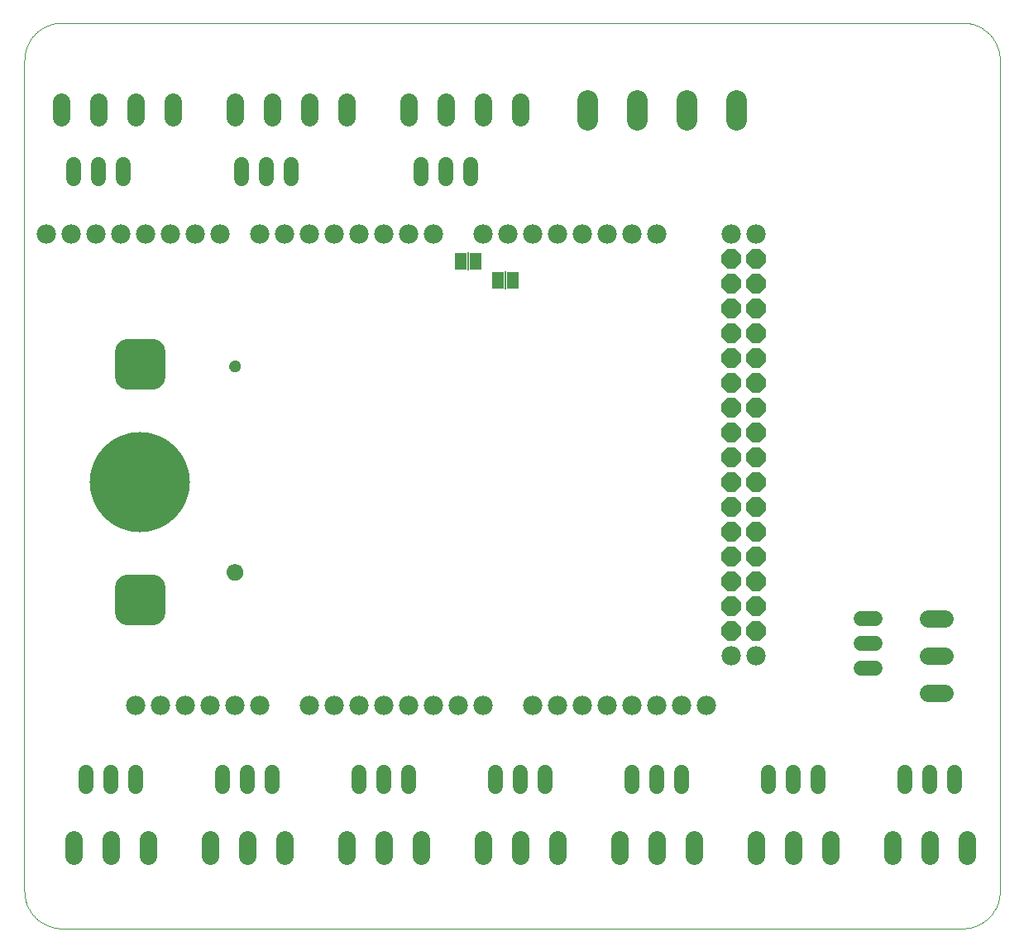
<source format=gbs>
G75*
%MOIN*%
%OFA0B0*%
%FSLAX25Y25*%
%IPPOS*%
%LPD*%
%AMOC8*
5,1,8,0,0,1.08239X$1,22.5*
%
%ADD10C,0.00000*%
%ADD11C,0.07800*%
%ADD12OC8,0.07800*%
%ADD13C,0.04731*%
%ADD14C,0.06699*%
%ADD15C,0.10200*%
%ADD16C,0.40400*%
%ADD17C,0.06896*%
%ADD18C,0.06000*%
%ADD19R,0.05000X0.06700*%
%ADD20R,0.00600X0.07200*%
%ADD21C,0.08274*%
D10*
X0090000Y0017248D02*
X0090000Y0352248D01*
X0090004Y0352610D01*
X0090018Y0352973D01*
X0090039Y0353335D01*
X0090070Y0353696D01*
X0090109Y0354056D01*
X0090157Y0354415D01*
X0090214Y0354773D01*
X0090279Y0355130D01*
X0090353Y0355485D01*
X0090436Y0355838D01*
X0090527Y0356189D01*
X0090626Y0356537D01*
X0090734Y0356883D01*
X0090850Y0357227D01*
X0090975Y0357567D01*
X0091107Y0357904D01*
X0091248Y0358238D01*
X0091397Y0358569D01*
X0091554Y0358896D01*
X0091718Y0359219D01*
X0091890Y0359538D01*
X0092070Y0359852D01*
X0092258Y0360163D01*
X0092453Y0360468D01*
X0092655Y0360769D01*
X0092865Y0361065D01*
X0093081Y0361355D01*
X0093305Y0361641D01*
X0093535Y0361921D01*
X0093772Y0362195D01*
X0094016Y0362463D01*
X0094266Y0362726D01*
X0094522Y0362982D01*
X0094785Y0363232D01*
X0095053Y0363476D01*
X0095327Y0363713D01*
X0095607Y0363943D01*
X0095893Y0364167D01*
X0096183Y0364383D01*
X0096479Y0364593D01*
X0096780Y0364795D01*
X0097085Y0364990D01*
X0097396Y0365178D01*
X0097710Y0365358D01*
X0098029Y0365530D01*
X0098352Y0365694D01*
X0098679Y0365851D01*
X0099010Y0366000D01*
X0099344Y0366141D01*
X0099681Y0366273D01*
X0100021Y0366398D01*
X0100365Y0366514D01*
X0100711Y0366622D01*
X0101059Y0366721D01*
X0101410Y0366812D01*
X0101763Y0366895D01*
X0102118Y0366969D01*
X0102475Y0367034D01*
X0102833Y0367091D01*
X0103192Y0367139D01*
X0103552Y0367178D01*
X0103913Y0367209D01*
X0104275Y0367230D01*
X0104638Y0367244D01*
X0105000Y0367248D01*
X0468110Y0367248D01*
X0468472Y0367244D01*
X0468835Y0367230D01*
X0469197Y0367209D01*
X0469558Y0367178D01*
X0469918Y0367139D01*
X0470277Y0367091D01*
X0470635Y0367034D01*
X0470992Y0366969D01*
X0471347Y0366895D01*
X0471700Y0366812D01*
X0472051Y0366721D01*
X0472399Y0366622D01*
X0472745Y0366514D01*
X0473089Y0366398D01*
X0473429Y0366273D01*
X0473766Y0366141D01*
X0474100Y0366000D01*
X0474431Y0365851D01*
X0474758Y0365694D01*
X0475081Y0365530D01*
X0475400Y0365358D01*
X0475714Y0365178D01*
X0476025Y0364990D01*
X0476330Y0364795D01*
X0476631Y0364593D01*
X0476927Y0364383D01*
X0477217Y0364167D01*
X0477503Y0363943D01*
X0477783Y0363713D01*
X0478057Y0363476D01*
X0478325Y0363232D01*
X0478588Y0362982D01*
X0478844Y0362726D01*
X0479094Y0362463D01*
X0479338Y0362195D01*
X0479575Y0361921D01*
X0479805Y0361641D01*
X0480029Y0361355D01*
X0480245Y0361065D01*
X0480455Y0360769D01*
X0480657Y0360468D01*
X0480852Y0360163D01*
X0481040Y0359852D01*
X0481220Y0359538D01*
X0481392Y0359219D01*
X0481556Y0358896D01*
X0481713Y0358569D01*
X0481862Y0358238D01*
X0482003Y0357904D01*
X0482135Y0357567D01*
X0482260Y0357227D01*
X0482376Y0356883D01*
X0482484Y0356537D01*
X0482583Y0356189D01*
X0482674Y0355838D01*
X0482757Y0355485D01*
X0482831Y0355130D01*
X0482896Y0354773D01*
X0482953Y0354415D01*
X0483001Y0354056D01*
X0483040Y0353696D01*
X0483071Y0353335D01*
X0483092Y0352973D01*
X0483106Y0352610D01*
X0483110Y0352248D01*
X0483110Y0017248D01*
X0483106Y0016886D01*
X0483092Y0016523D01*
X0483071Y0016161D01*
X0483040Y0015800D01*
X0483001Y0015440D01*
X0482953Y0015081D01*
X0482896Y0014723D01*
X0482831Y0014366D01*
X0482757Y0014011D01*
X0482674Y0013658D01*
X0482583Y0013307D01*
X0482484Y0012959D01*
X0482376Y0012613D01*
X0482260Y0012269D01*
X0482135Y0011929D01*
X0482003Y0011592D01*
X0481862Y0011258D01*
X0481713Y0010927D01*
X0481556Y0010600D01*
X0481392Y0010277D01*
X0481220Y0009958D01*
X0481040Y0009644D01*
X0480852Y0009333D01*
X0480657Y0009028D01*
X0480455Y0008727D01*
X0480245Y0008431D01*
X0480029Y0008141D01*
X0479805Y0007855D01*
X0479575Y0007575D01*
X0479338Y0007301D01*
X0479094Y0007033D01*
X0478844Y0006770D01*
X0478588Y0006514D01*
X0478325Y0006264D01*
X0478057Y0006020D01*
X0477783Y0005783D01*
X0477503Y0005553D01*
X0477217Y0005329D01*
X0476927Y0005113D01*
X0476631Y0004903D01*
X0476330Y0004701D01*
X0476025Y0004506D01*
X0475714Y0004318D01*
X0475400Y0004138D01*
X0475081Y0003966D01*
X0474758Y0003802D01*
X0474431Y0003645D01*
X0474100Y0003496D01*
X0473766Y0003355D01*
X0473429Y0003223D01*
X0473089Y0003098D01*
X0472745Y0002982D01*
X0472399Y0002874D01*
X0472051Y0002775D01*
X0471700Y0002684D01*
X0471347Y0002601D01*
X0470992Y0002527D01*
X0470635Y0002462D01*
X0470277Y0002405D01*
X0469918Y0002357D01*
X0469558Y0002318D01*
X0469197Y0002287D01*
X0468835Y0002266D01*
X0468472Y0002252D01*
X0468110Y0002248D01*
X0105000Y0002248D01*
X0104638Y0002252D01*
X0104275Y0002266D01*
X0103913Y0002287D01*
X0103552Y0002318D01*
X0103192Y0002357D01*
X0102833Y0002405D01*
X0102475Y0002462D01*
X0102118Y0002527D01*
X0101763Y0002601D01*
X0101410Y0002684D01*
X0101059Y0002775D01*
X0100711Y0002874D01*
X0100365Y0002982D01*
X0100021Y0003098D01*
X0099681Y0003223D01*
X0099344Y0003355D01*
X0099010Y0003496D01*
X0098679Y0003645D01*
X0098352Y0003802D01*
X0098029Y0003966D01*
X0097710Y0004138D01*
X0097396Y0004318D01*
X0097085Y0004506D01*
X0096780Y0004701D01*
X0096479Y0004903D01*
X0096183Y0005113D01*
X0095893Y0005329D01*
X0095607Y0005553D01*
X0095327Y0005783D01*
X0095053Y0006020D01*
X0094785Y0006264D01*
X0094522Y0006514D01*
X0094266Y0006770D01*
X0094016Y0007033D01*
X0093772Y0007301D01*
X0093535Y0007575D01*
X0093305Y0007855D01*
X0093081Y0008141D01*
X0092865Y0008431D01*
X0092655Y0008727D01*
X0092453Y0009028D01*
X0092258Y0009333D01*
X0092070Y0009644D01*
X0091890Y0009958D01*
X0091718Y0010277D01*
X0091554Y0010600D01*
X0091397Y0010927D01*
X0091248Y0011258D01*
X0091107Y0011592D01*
X0090975Y0011929D01*
X0090850Y0012269D01*
X0090734Y0012613D01*
X0090626Y0012959D01*
X0090527Y0013307D01*
X0090436Y0013658D01*
X0090353Y0014011D01*
X0090279Y0014366D01*
X0090214Y0014723D01*
X0090157Y0015081D01*
X0090109Y0015440D01*
X0090070Y0015800D01*
X0090039Y0016161D01*
X0090018Y0016523D01*
X0090004Y0016886D01*
X0090000Y0017248D01*
X0171582Y0145846D02*
X0171584Y0145958D01*
X0171590Y0146069D01*
X0171600Y0146181D01*
X0171614Y0146292D01*
X0171631Y0146402D01*
X0171653Y0146512D01*
X0171679Y0146621D01*
X0171708Y0146729D01*
X0171741Y0146835D01*
X0171778Y0146941D01*
X0171819Y0147045D01*
X0171864Y0147148D01*
X0171912Y0147249D01*
X0171963Y0147348D01*
X0172018Y0147445D01*
X0172077Y0147540D01*
X0172138Y0147634D01*
X0172203Y0147725D01*
X0172272Y0147813D01*
X0172343Y0147899D01*
X0172417Y0147983D01*
X0172495Y0148063D01*
X0172575Y0148141D01*
X0172658Y0148217D01*
X0172743Y0148289D01*
X0172831Y0148358D01*
X0172921Y0148424D01*
X0173014Y0148486D01*
X0173109Y0148546D01*
X0173206Y0148602D01*
X0173304Y0148654D01*
X0173405Y0148703D01*
X0173507Y0148748D01*
X0173611Y0148790D01*
X0173716Y0148828D01*
X0173823Y0148862D01*
X0173930Y0148892D01*
X0174039Y0148919D01*
X0174148Y0148941D01*
X0174259Y0148960D01*
X0174369Y0148975D01*
X0174481Y0148986D01*
X0174592Y0148993D01*
X0174704Y0148996D01*
X0174816Y0148995D01*
X0174928Y0148990D01*
X0175039Y0148981D01*
X0175150Y0148968D01*
X0175261Y0148951D01*
X0175371Y0148931D01*
X0175480Y0148906D01*
X0175588Y0148878D01*
X0175695Y0148845D01*
X0175801Y0148809D01*
X0175905Y0148769D01*
X0176008Y0148726D01*
X0176110Y0148679D01*
X0176209Y0148628D01*
X0176307Y0148574D01*
X0176403Y0148516D01*
X0176497Y0148455D01*
X0176588Y0148391D01*
X0176677Y0148324D01*
X0176764Y0148253D01*
X0176848Y0148179D01*
X0176930Y0148103D01*
X0177008Y0148023D01*
X0177084Y0147941D01*
X0177157Y0147856D01*
X0177227Y0147769D01*
X0177293Y0147679D01*
X0177357Y0147587D01*
X0177417Y0147493D01*
X0177474Y0147397D01*
X0177527Y0147298D01*
X0177577Y0147198D01*
X0177623Y0147097D01*
X0177666Y0146993D01*
X0177705Y0146888D01*
X0177740Y0146782D01*
X0177771Y0146675D01*
X0177799Y0146566D01*
X0177822Y0146457D01*
X0177842Y0146347D01*
X0177858Y0146236D01*
X0177870Y0146125D01*
X0177878Y0146014D01*
X0177882Y0145902D01*
X0177882Y0145790D01*
X0177878Y0145678D01*
X0177870Y0145567D01*
X0177858Y0145456D01*
X0177842Y0145345D01*
X0177822Y0145235D01*
X0177799Y0145126D01*
X0177771Y0145017D01*
X0177740Y0144910D01*
X0177705Y0144804D01*
X0177666Y0144699D01*
X0177623Y0144595D01*
X0177577Y0144494D01*
X0177527Y0144394D01*
X0177474Y0144295D01*
X0177417Y0144199D01*
X0177357Y0144105D01*
X0177293Y0144013D01*
X0177227Y0143923D01*
X0177157Y0143836D01*
X0177084Y0143751D01*
X0177008Y0143669D01*
X0176930Y0143589D01*
X0176848Y0143513D01*
X0176764Y0143439D01*
X0176677Y0143368D01*
X0176588Y0143301D01*
X0176497Y0143237D01*
X0176403Y0143176D01*
X0176307Y0143118D01*
X0176209Y0143064D01*
X0176110Y0143013D01*
X0176008Y0142966D01*
X0175905Y0142923D01*
X0175801Y0142883D01*
X0175695Y0142847D01*
X0175588Y0142814D01*
X0175480Y0142786D01*
X0175371Y0142761D01*
X0175261Y0142741D01*
X0175150Y0142724D01*
X0175039Y0142711D01*
X0174928Y0142702D01*
X0174816Y0142697D01*
X0174704Y0142696D01*
X0174592Y0142699D01*
X0174481Y0142706D01*
X0174369Y0142717D01*
X0174259Y0142732D01*
X0174148Y0142751D01*
X0174039Y0142773D01*
X0173930Y0142800D01*
X0173823Y0142830D01*
X0173716Y0142864D01*
X0173611Y0142902D01*
X0173507Y0142944D01*
X0173405Y0142989D01*
X0173304Y0143038D01*
X0173206Y0143090D01*
X0173109Y0143146D01*
X0173014Y0143206D01*
X0172921Y0143268D01*
X0172831Y0143334D01*
X0172743Y0143403D01*
X0172658Y0143475D01*
X0172575Y0143551D01*
X0172495Y0143629D01*
X0172417Y0143709D01*
X0172343Y0143793D01*
X0172272Y0143879D01*
X0172203Y0143967D01*
X0172138Y0144058D01*
X0172077Y0144152D01*
X0172018Y0144247D01*
X0171963Y0144344D01*
X0171912Y0144443D01*
X0171864Y0144544D01*
X0171819Y0144647D01*
X0171778Y0144751D01*
X0171741Y0144857D01*
X0171708Y0144963D01*
X0171679Y0145071D01*
X0171653Y0145180D01*
X0171631Y0145290D01*
X0171614Y0145400D01*
X0171600Y0145511D01*
X0171590Y0145623D01*
X0171584Y0145734D01*
X0171582Y0145846D01*
X0172567Y0228917D02*
X0172569Y0229010D01*
X0172575Y0229102D01*
X0172585Y0229194D01*
X0172599Y0229285D01*
X0172616Y0229376D01*
X0172638Y0229466D01*
X0172663Y0229555D01*
X0172692Y0229643D01*
X0172725Y0229729D01*
X0172762Y0229814D01*
X0172802Y0229898D01*
X0172846Y0229979D01*
X0172893Y0230059D01*
X0172943Y0230137D01*
X0172997Y0230212D01*
X0173054Y0230285D01*
X0173114Y0230355D01*
X0173177Y0230423D01*
X0173243Y0230488D01*
X0173311Y0230550D01*
X0173382Y0230610D01*
X0173456Y0230666D01*
X0173532Y0230719D01*
X0173610Y0230768D01*
X0173690Y0230815D01*
X0173772Y0230857D01*
X0173856Y0230897D01*
X0173941Y0230932D01*
X0174028Y0230964D01*
X0174116Y0230993D01*
X0174205Y0231017D01*
X0174295Y0231038D01*
X0174386Y0231054D01*
X0174478Y0231067D01*
X0174570Y0231076D01*
X0174663Y0231081D01*
X0174755Y0231082D01*
X0174848Y0231079D01*
X0174940Y0231072D01*
X0175032Y0231061D01*
X0175123Y0231046D01*
X0175214Y0231028D01*
X0175304Y0231005D01*
X0175392Y0230979D01*
X0175480Y0230949D01*
X0175566Y0230915D01*
X0175650Y0230878D01*
X0175733Y0230836D01*
X0175814Y0230792D01*
X0175894Y0230744D01*
X0175971Y0230693D01*
X0176045Y0230638D01*
X0176118Y0230580D01*
X0176188Y0230520D01*
X0176255Y0230456D01*
X0176319Y0230390D01*
X0176381Y0230320D01*
X0176439Y0230249D01*
X0176494Y0230175D01*
X0176546Y0230098D01*
X0176595Y0230019D01*
X0176641Y0229939D01*
X0176683Y0229856D01*
X0176721Y0229772D01*
X0176756Y0229686D01*
X0176787Y0229599D01*
X0176814Y0229511D01*
X0176837Y0229421D01*
X0176857Y0229331D01*
X0176873Y0229240D01*
X0176885Y0229148D01*
X0176893Y0229056D01*
X0176897Y0228963D01*
X0176897Y0228871D01*
X0176893Y0228778D01*
X0176885Y0228686D01*
X0176873Y0228594D01*
X0176857Y0228503D01*
X0176837Y0228413D01*
X0176814Y0228323D01*
X0176787Y0228235D01*
X0176756Y0228148D01*
X0176721Y0228062D01*
X0176683Y0227978D01*
X0176641Y0227895D01*
X0176595Y0227815D01*
X0176546Y0227736D01*
X0176494Y0227659D01*
X0176439Y0227585D01*
X0176381Y0227514D01*
X0176319Y0227444D01*
X0176255Y0227378D01*
X0176188Y0227314D01*
X0176118Y0227254D01*
X0176045Y0227196D01*
X0175971Y0227141D01*
X0175894Y0227090D01*
X0175815Y0227042D01*
X0175733Y0226998D01*
X0175650Y0226956D01*
X0175566Y0226919D01*
X0175480Y0226885D01*
X0175392Y0226855D01*
X0175304Y0226829D01*
X0175214Y0226806D01*
X0175123Y0226788D01*
X0175032Y0226773D01*
X0174940Y0226762D01*
X0174848Y0226755D01*
X0174755Y0226752D01*
X0174663Y0226753D01*
X0174570Y0226758D01*
X0174478Y0226767D01*
X0174386Y0226780D01*
X0174295Y0226796D01*
X0174205Y0226817D01*
X0174116Y0226841D01*
X0174028Y0226870D01*
X0173941Y0226902D01*
X0173856Y0226937D01*
X0173772Y0226977D01*
X0173690Y0227019D01*
X0173610Y0227066D01*
X0173532Y0227115D01*
X0173456Y0227168D01*
X0173382Y0227224D01*
X0173311Y0227284D01*
X0173243Y0227346D01*
X0173177Y0227411D01*
X0173114Y0227479D01*
X0173054Y0227549D01*
X0172997Y0227622D01*
X0172943Y0227697D01*
X0172893Y0227775D01*
X0172846Y0227855D01*
X0172802Y0227936D01*
X0172762Y0228020D01*
X0172725Y0228105D01*
X0172692Y0228191D01*
X0172663Y0228279D01*
X0172638Y0228368D01*
X0172616Y0228458D01*
X0172599Y0228549D01*
X0172585Y0228640D01*
X0172575Y0228732D01*
X0172569Y0228824D01*
X0172567Y0228917D01*
D11*
X0169000Y0282248D03*
X0159000Y0282248D03*
X0149000Y0282248D03*
X0139000Y0282248D03*
X0129000Y0282248D03*
X0119000Y0282248D03*
X0109000Y0282248D03*
X0099000Y0282248D03*
X0185000Y0282248D03*
X0195000Y0282248D03*
X0205000Y0282248D03*
X0215000Y0282248D03*
X0225000Y0282248D03*
X0235000Y0282248D03*
X0245000Y0282248D03*
X0255000Y0282248D03*
X0275000Y0282248D03*
X0285000Y0282248D03*
X0295000Y0282248D03*
X0305000Y0282248D03*
X0315000Y0282248D03*
X0325000Y0282248D03*
X0335000Y0282248D03*
X0345000Y0282248D03*
X0375000Y0282248D03*
X0385000Y0282248D03*
X0385000Y0112248D03*
X0375000Y0112248D03*
X0365000Y0092248D03*
X0355000Y0092248D03*
X0345000Y0092248D03*
X0335000Y0092248D03*
X0325000Y0092248D03*
X0315000Y0092248D03*
X0305000Y0092248D03*
X0295000Y0092248D03*
X0275000Y0092248D03*
X0265000Y0092248D03*
X0255000Y0092248D03*
X0245000Y0092248D03*
X0235000Y0092248D03*
X0225000Y0092248D03*
X0215000Y0092248D03*
X0205000Y0092248D03*
X0185000Y0092248D03*
X0175000Y0092248D03*
X0165000Y0092248D03*
X0155000Y0092248D03*
X0145000Y0092248D03*
X0135000Y0092248D03*
D12*
X0375000Y0122248D03*
X0385000Y0122248D03*
X0385000Y0132248D03*
X0375000Y0132248D03*
X0375000Y0142248D03*
X0385000Y0142248D03*
X0385000Y0152248D03*
X0375000Y0152248D03*
X0375000Y0162248D03*
X0385000Y0162248D03*
X0385000Y0172248D03*
X0375000Y0172248D03*
X0375000Y0182248D03*
X0385000Y0182248D03*
X0385000Y0192248D03*
X0375000Y0192248D03*
X0375000Y0202248D03*
X0385000Y0202248D03*
X0385000Y0212248D03*
X0375000Y0212248D03*
X0375000Y0222248D03*
X0385000Y0222248D03*
X0385000Y0232248D03*
X0375000Y0232248D03*
X0375000Y0242248D03*
X0385000Y0242248D03*
X0385000Y0252248D03*
X0375000Y0252248D03*
X0375000Y0262248D03*
X0385000Y0262248D03*
X0385000Y0272248D03*
X0375000Y0272248D03*
D13*
X0174732Y0228917D03*
D14*
X0174732Y0145846D03*
D15*
X0141600Y0139848D02*
X0141600Y0129648D01*
X0131400Y0129648D01*
X0131400Y0139848D01*
X0141600Y0139848D01*
X0141600Y0139847D02*
X0131400Y0139847D01*
X0141600Y0224648D02*
X0141600Y0234848D01*
X0141600Y0224648D02*
X0131400Y0224648D01*
X0131400Y0234848D01*
X0141600Y0234848D01*
X0141600Y0234847D02*
X0131400Y0234847D01*
D16*
X0136500Y0182248D03*
D17*
X0140000Y0037996D02*
X0140000Y0031500D01*
X0125000Y0031500D02*
X0125000Y0037996D01*
X0110000Y0037996D02*
X0110000Y0031500D01*
X0165000Y0031500D02*
X0165000Y0037996D01*
X0180000Y0037996D02*
X0180000Y0031500D01*
X0195000Y0031500D02*
X0195000Y0037996D01*
X0220000Y0037996D02*
X0220000Y0031500D01*
X0235000Y0031500D02*
X0235000Y0037996D01*
X0250000Y0037996D02*
X0250000Y0031500D01*
X0275000Y0031500D02*
X0275000Y0037996D01*
X0290000Y0037996D02*
X0290000Y0031500D01*
X0305000Y0031500D02*
X0305000Y0037996D01*
X0330000Y0037996D02*
X0330000Y0031500D01*
X0345000Y0031500D02*
X0345000Y0037996D01*
X0360000Y0037996D02*
X0360000Y0031500D01*
X0385000Y0031500D02*
X0385000Y0037996D01*
X0400000Y0037996D02*
X0400000Y0031500D01*
X0415000Y0031500D02*
X0415000Y0037996D01*
X0440000Y0037996D02*
X0440000Y0031500D01*
X0455000Y0031500D02*
X0455000Y0037996D01*
X0470000Y0037996D02*
X0470000Y0031500D01*
X0460748Y0097248D02*
X0454252Y0097248D01*
X0454252Y0112248D02*
X0460748Y0112248D01*
X0460748Y0127248D02*
X0454252Y0127248D01*
X0290000Y0329000D02*
X0290000Y0335496D01*
X0275000Y0335496D02*
X0275000Y0329000D01*
X0260000Y0329000D02*
X0260000Y0335496D01*
X0245000Y0335496D02*
X0245000Y0329000D01*
X0220000Y0329000D02*
X0220000Y0335496D01*
X0205000Y0335496D02*
X0205000Y0329000D01*
X0190000Y0329000D02*
X0190000Y0335496D01*
X0175000Y0335496D02*
X0175000Y0329000D01*
X0150000Y0329000D02*
X0150000Y0335496D01*
X0135000Y0335496D02*
X0135000Y0329000D01*
X0120000Y0329000D02*
X0120000Y0335496D01*
X0105000Y0335496D02*
X0105000Y0329000D01*
D18*
X0110000Y0310048D02*
X0110000Y0304448D01*
X0120000Y0304448D02*
X0120000Y0310048D01*
X0130000Y0310048D02*
X0130000Y0304448D01*
X0177500Y0304448D02*
X0177500Y0310048D01*
X0187500Y0310048D02*
X0187500Y0304448D01*
X0197500Y0304448D02*
X0197500Y0310048D01*
X0250000Y0310048D02*
X0250000Y0304448D01*
X0260000Y0304448D02*
X0260000Y0310048D01*
X0270000Y0310048D02*
X0270000Y0304448D01*
X0427200Y0127248D02*
X0432800Y0127248D01*
X0432800Y0117248D02*
X0427200Y0117248D01*
X0427200Y0107248D02*
X0432800Y0107248D01*
X0445000Y0065048D02*
X0445000Y0059448D01*
X0455000Y0059448D02*
X0455000Y0065048D01*
X0465000Y0065048D02*
X0465000Y0059448D01*
X0410000Y0059448D02*
X0410000Y0065048D01*
X0400000Y0065048D02*
X0400000Y0059448D01*
X0390000Y0059448D02*
X0390000Y0065048D01*
X0355000Y0065048D02*
X0355000Y0059448D01*
X0345000Y0059448D02*
X0345000Y0065048D01*
X0335000Y0065048D02*
X0335000Y0059448D01*
X0300000Y0059448D02*
X0300000Y0065048D01*
X0290000Y0065048D02*
X0290000Y0059448D01*
X0280000Y0059448D02*
X0280000Y0065048D01*
X0245000Y0065048D02*
X0245000Y0059448D01*
X0235000Y0059448D02*
X0235000Y0065048D01*
X0225000Y0065048D02*
X0225000Y0059448D01*
X0190000Y0059448D02*
X0190000Y0065048D01*
X0180000Y0065048D02*
X0180000Y0059448D01*
X0170000Y0059448D02*
X0170000Y0065048D01*
X0135000Y0065048D02*
X0135000Y0059448D01*
X0125000Y0059448D02*
X0125000Y0065048D01*
X0115000Y0065048D02*
X0115000Y0059448D01*
D19*
X0280750Y0263498D03*
X0286750Y0263498D03*
X0271750Y0270998D03*
X0265750Y0270998D03*
D20*
X0268750Y0270998D03*
X0283750Y0263498D03*
D21*
X0316973Y0328173D02*
X0316973Y0336047D01*
X0336973Y0336047D02*
X0336973Y0328173D01*
X0356973Y0328173D02*
X0356973Y0336047D01*
X0376973Y0336047D02*
X0376973Y0328173D01*
M02*

</source>
